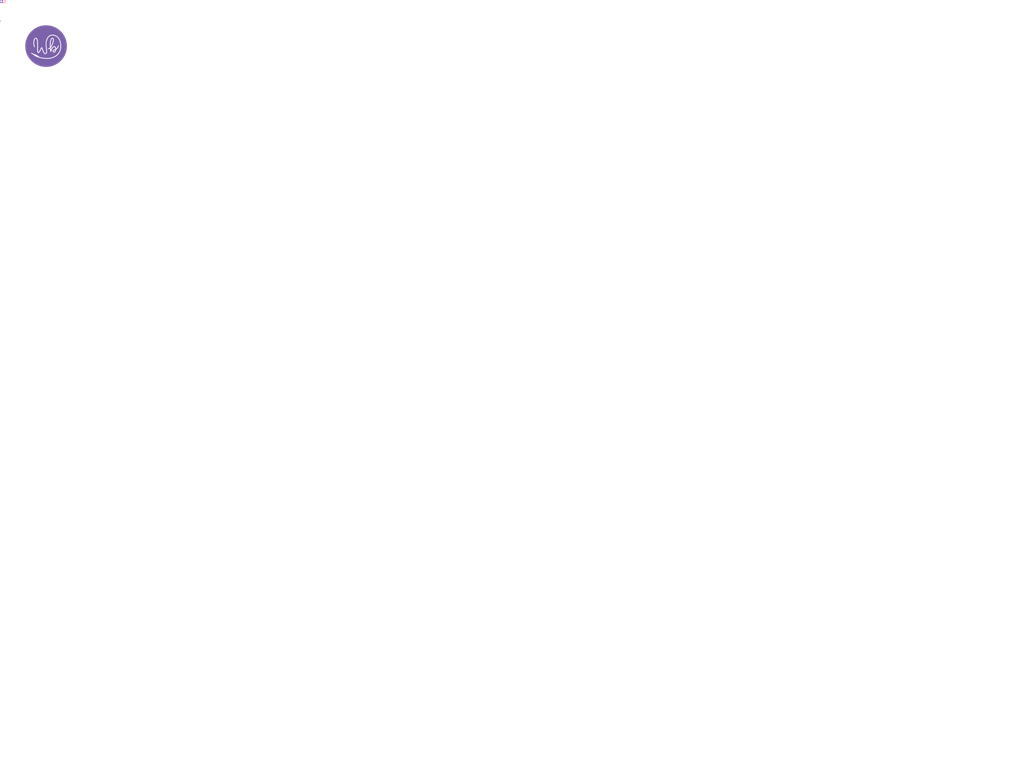
<source format=kicad_sch>
(kicad_sch (version 20211123) (generator eeschema)
  (paper "User" 399.999 299.999)
  (title_block (title "page title") (date "2023-02-03") (rev "v1") (company "company") (comment 1 "comment 1") (comment 3 "comment 3") (comment 5 "comment 5") (comment 7 "comment 7") (comment 9 "comment 9"))
  (lib_symbols)
  (bus_alias "abusalias" (members "member1" "member2"))
  (polyline (pts (xy 1 0) (xy 2 0)) (stroke (width 0.1) (type solid) (color 255 20 31 1)))
  (polyline (pts (xy 2 1) (xy 1 1)) (stroke (width 0.1) (type solid) (color 255 20 31 1)))
  (polyline (pts (xy 1 0) (xy 1 1)))
  (polyline (pts (xy 2 0) (xy 2 1)) (stroke (width 0.1) (type solid) (color 255 20 31 1)))
  (polyline (pts (xy 0 0) (xy 0 1)))
  (polyline (pts (xy 0 0) (xy 1 0)))
  (polyline (pts (xy 1 1) (xy 0 1)))
  (polyline (pts (xy 1 0) (xy 1 1)) (stroke (width 0.1) (type solid) (color 255 20 31 1)))
  (image (at 18 18))
  (text "left bold italic" (at 0 0 0) (effects (font (size 2.54 2.54) (thickness 0.508) bold italic) (justify left bottom)))
  (text "top normal" (at 0 0 270) (effects (font (size 1.27 1.27)) (justify right bottom)))
  (text "right normal" (at 0 0 180) (effects (font (size 1.27 1.27)) (justify right bottom)))
  (text "bottom normal" (at 0 0 90) (effects (font (size 1.27 1.27)) (justify left bottom)))
  (text "left normal" (at 0 0 0) (effects (font (size 1.27 1.27)) (justify left bottom)))
)
</source>
